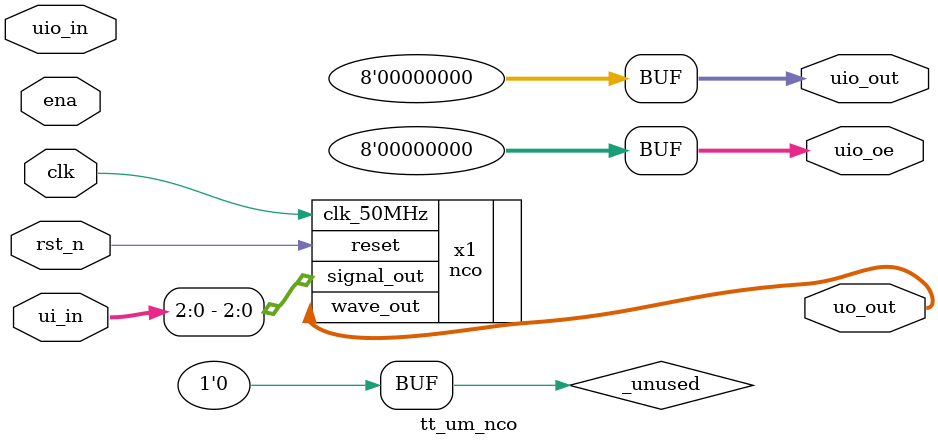
<source format=v>
/*
 * Copyright (c) 2024 Your Name
 * SPDX-License-Identifier: Apache-2.0
 */

`default_nettype none

module tt_um_nco (
  input  wire [7:0] ui_in,    // Dedicated inputs
  output wire [7:0] uo_out,   // Dedicated outputs
  input  wire [7:0] uio_in,   // IOs: Input path
  output wire [7:0] uio_out,  // IOs: Output path
  output wire [7:0] uio_oe,   // IOs: Enable path (active high: 0=input, 1=output)
  input  wire       ena,      // always 1 when the design is powered, so you can ignore it
  input  wire       clk,      // clock
  input  wire       rst_n     // reset_n - low to reset
);

// All output pins must be assigned. If not used, assign to 0.
// assign uo_out  = ui_in + uio_in;  // Example: ou_out is the sum of ui_in and uio_in
assign uio_out = 0;
assign uio_oe  = 0;

// Main module
nco x1 (
  .clk_50MHz  (clk),
  .reset      (rst_n),
  .signal_out (ui_in[2:0]),
  .wave_out   (uo_out)
);
  
// List all unused inputs to prevent warnings
wire _unused = &{ena, clk, rst_n, 1'b0};

endmodule

</source>
